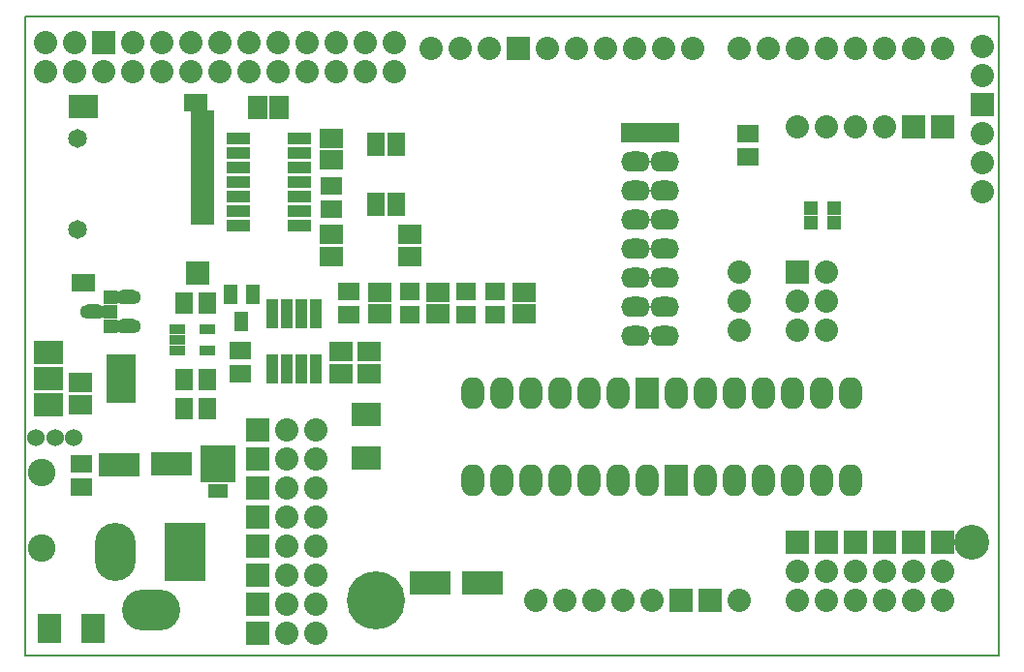
<source format=gts>
G04 (created by PCBNEW (2013-03-15 BZR 4003)-stable) date 12-Jun-13 3:11:28 PM*
%MOIN*%
G04 Gerber Fmt 3.4, Leading zero omitted, Abs format*
%FSLAX34Y34*%
G01*
G70*
G90*
G04 APERTURE LIST*
%ADD10C,2.3622e-006*%
%ADD11C,0.005*%
%ADD12R,0.08X0.08*%
%ADD13C,0.08*%
%ADD14R,0.076X0.062*%
%ADD15R,0.07X0.06*%
%ADD16R,0.081X0.0397*%
%ADD17R,0.0594X0.0791*%
%ADD18R,0.062X0.076*%
%ADD19R,0.0712X0.079*%
%ADD20R,0.079X0.0712*%
%ADD21C,0.06*%
%ADD22R,0.054X0.0336*%
%ADD23R,0.1X0.17*%
%ADD24R,0.1X0.08*%
%ADD25R,0.0515X0.0672*%
%ADD26R,0.044X0.1*%
%ADD27R,0.14X0.084*%
%ADD28R,0.1X0.07*%
%ADD29O,0.1X0.07*%
%ADD30C,0.095*%
%ADD31R,0.08X0.05*%
%ADD32R,0.08X0.06*%
%ADD33C,0.065*%
%ADD34R,0.05X0.05*%
%ADD35R,0.08X0.1*%
%ADD36R,0.12X0.125*%
%ADD37R,0.07X0.05*%
%ADD38O,0.14X0.2*%
%ADD39R,0.14X0.2*%
%ADD40O,0.2X0.14*%
%ADD41O,0.09X0.05*%
%ADD42C,0.2*%
%ADD43C,0.12*%
%ADD44O,0.08X0.11*%
%ADD45R,0.08X0.11*%
G04 APERTURE END LIST*
G54D10*
G54D11*
X43500Y-32000D02*
X43500Y-10000D01*
X10000Y-10000D02*
X43500Y-10000D01*
X43500Y-32000D02*
X10000Y-32000D01*
X10000Y-32000D02*
X10000Y-10000D01*
G54D12*
X18000Y-31250D03*
X18000Y-30250D03*
X18000Y-29250D03*
X18000Y-28250D03*
X18000Y-27250D03*
X18000Y-26250D03*
X18000Y-25250D03*
X18000Y-24250D03*
G54D13*
X19000Y-31250D03*
X19000Y-30250D03*
X19000Y-29250D03*
X19000Y-28250D03*
X19000Y-27250D03*
X19000Y-26250D03*
X19000Y-25250D03*
X19000Y-24250D03*
G54D14*
X11925Y-26225D03*
X11925Y-25425D03*
X17400Y-21525D03*
X17400Y-22325D03*
G54D15*
X23225Y-19475D03*
X23225Y-20275D03*
X26175Y-20275D03*
X26175Y-19475D03*
X25175Y-20275D03*
X25175Y-19475D03*
G54D14*
X20550Y-16650D03*
X20550Y-15850D03*
G54D16*
X17325Y-14225D03*
X17325Y-14725D03*
X17325Y-15225D03*
X17325Y-15725D03*
X17325Y-16225D03*
X17325Y-16725D03*
X17325Y-17225D03*
X19425Y-17225D03*
X19425Y-16725D03*
X19425Y-16225D03*
X19425Y-15725D03*
X19425Y-15225D03*
X19425Y-14725D03*
X19425Y-14225D03*
G54D17*
X22075Y-14425D03*
X22075Y-16475D03*
X22775Y-16475D03*
X22775Y-14425D03*
G54D14*
X34875Y-14050D03*
X34875Y-14850D03*
G54D18*
X15475Y-23525D03*
X16275Y-23525D03*
X16275Y-19875D03*
X15475Y-19875D03*
X15475Y-22525D03*
X16275Y-22525D03*
G54D19*
X18750Y-13150D03*
X18000Y-13150D03*
G54D20*
X20550Y-14950D03*
X20550Y-14200D03*
X20550Y-18275D03*
X20550Y-17525D03*
X23225Y-18275D03*
X23225Y-17525D03*
X24200Y-19500D03*
X24200Y-20250D03*
X27175Y-19500D03*
X27175Y-20250D03*
G54D21*
X11675Y-24500D03*
X11025Y-24500D03*
X10375Y-24500D03*
G54D20*
X20875Y-21550D03*
X20875Y-22300D03*
X21850Y-22300D03*
X21850Y-21550D03*
X22200Y-19500D03*
X22200Y-20250D03*
G54D22*
X15225Y-20775D03*
X15225Y-21525D03*
X15225Y-21150D03*
X16275Y-21525D03*
X16275Y-20775D03*
G54D23*
X13300Y-22475D03*
G54D24*
X10800Y-22475D03*
X10800Y-23375D03*
X10800Y-21575D03*
G54D25*
X17825Y-19575D03*
X17450Y-20525D03*
X17075Y-19575D03*
G54D26*
X18500Y-20250D03*
X18500Y-22150D03*
X19000Y-20250D03*
X19500Y-20250D03*
X20000Y-20250D03*
X19000Y-22150D03*
X19500Y-22150D03*
X20000Y-22150D03*
G54D14*
X21150Y-19475D03*
X21150Y-20275D03*
G54D27*
X23925Y-29525D03*
X25725Y-29500D03*
X15025Y-25425D03*
X13225Y-25450D03*
G54D13*
X20000Y-31250D03*
X20000Y-30250D03*
X20000Y-29250D03*
X20000Y-28250D03*
X20000Y-27250D03*
X20000Y-26250D03*
X20000Y-25250D03*
X20000Y-24250D03*
X42950Y-11050D03*
X42950Y-12050D03*
G54D12*
X42950Y-13050D03*
G54D13*
X42950Y-14050D03*
X42950Y-15050D03*
X42950Y-16050D03*
G54D28*
X31000Y-14000D03*
G54D29*
X31000Y-15000D03*
X31000Y-16000D03*
X31000Y-17000D03*
X31000Y-18000D03*
X31000Y-19000D03*
X31000Y-20000D03*
X31000Y-21000D03*
G54D28*
X32000Y-14000D03*
G54D29*
X32000Y-15000D03*
X32000Y-16000D03*
X32000Y-17000D03*
X32000Y-18000D03*
X32000Y-19000D03*
X32000Y-20000D03*
X32000Y-21000D03*
G54D30*
X10575Y-28300D03*
X10575Y-25700D03*
G54D13*
X37575Y-20800D03*
X36575Y-20800D03*
X37575Y-19800D03*
X36575Y-19800D03*
X37575Y-18800D03*
G54D12*
X36575Y-18800D03*
G54D31*
X16100Y-15225D03*
X16100Y-14792D03*
X16100Y-14359D03*
X16100Y-13926D03*
X16100Y-13493D03*
X16100Y-15658D03*
X16100Y-16091D03*
X16100Y-16524D03*
X16100Y-16957D03*
G54D32*
X15864Y-12963D03*
G54D24*
X12016Y-13099D03*
G54D32*
X12016Y-19162D03*
G54D12*
X15946Y-18840D03*
G54D33*
X11800Y-14200D03*
X11800Y-17350D03*
G54D34*
X37825Y-17100D03*
X37825Y-16625D03*
X37025Y-17100D03*
X37025Y-16625D03*
G54D35*
X12325Y-31075D03*
X10825Y-31075D03*
G54D24*
X21725Y-23725D03*
X21725Y-25225D03*
G54D36*
X16650Y-25425D03*
G54D37*
X16650Y-26350D03*
G54D38*
X13100Y-28450D03*
G54D39*
X15500Y-28450D03*
G54D40*
X14350Y-30450D03*
G54D13*
X10700Y-11900D03*
X10700Y-10900D03*
X11700Y-11900D03*
X11700Y-10900D03*
X12700Y-11900D03*
G54D12*
X12700Y-10900D03*
G54D13*
X13700Y-11900D03*
X13700Y-10900D03*
X14700Y-11900D03*
X14700Y-10900D03*
X15700Y-11900D03*
X15700Y-10900D03*
X16700Y-11900D03*
X16700Y-10900D03*
X17700Y-11900D03*
X17700Y-10900D03*
X18700Y-11900D03*
X18700Y-10900D03*
X19700Y-11900D03*
X19700Y-10900D03*
X20700Y-11900D03*
X20700Y-10900D03*
X21700Y-11900D03*
X21700Y-10900D03*
X22700Y-11900D03*
X22700Y-10900D03*
X34575Y-18800D03*
X34575Y-19800D03*
X34575Y-20800D03*
X41575Y-29125D03*
X40575Y-29125D03*
X39575Y-29125D03*
X38575Y-29125D03*
X37575Y-29125D03*
X36575Y-29125D03*
G54D12*
X41575Y-28125D03*
X40575Y-28125D03*
X39575Y-28125D03*
X38575Y-28125D03*
X37575Y-28125D03*
X36575Y-28125D03*
G54D41*
X13550Y-19675D03*
X13550Y-20675D03*
X12350Y-20175D03*
G54D34*
X12950Y-20675D03*
X12950Y-20175D03*
X12950Y-19675D03*
G54D20*
X11900Y-23375D03*
X11900Y-22625D03*
G54D12*
X41575Y-13800D03*
X40575Y-13800D03*
G54D13*
X39575Y-13800D03*
X38575Y-13800D03*
X37575Y-13800D03*
X36575Y-13800D03*
X41575Y-30125D03*
X40575Y-30125D03*
X39575Y-30125D03*
X36575Y-30125D03*
X37575Y-30125D03*
X38575Y-30125D03*
X34575Y-30125D03*
G54D12*
X33575Y-30125D03*
X32575Y-30125D03*
G54D13*
X30575Y-30125D03*
X29575Y-30125D03*
X41575Y-11125D03*
X40575Y-11125D03*
X39575Y-11125D03*
X38575Y-11125D03*
X37575Y-11125D03*
X36575Y-11125D03*
X35575Y-11125D03*
X34575Y-11125D03*
X32975Y-11125D03*
X31975Y-11125D03*
X30975Y-11125D03*
X29975Y-11125D03*
X28975Y-11125D03*
X27975Y-11125D03*
G54D12*
X26975Y-11125D03*
G54D13*
X25975Y-11125D03*
X31575Y-30125D03*
G54D42*
X22075Y-30125D03*
G54D43*
X42575Y-28125D03*
G54D13*
X28575Y-30125D03*
X27575Y-30125D03*
X24975Y-11125D03*
X23975Y-11125D03*
G54D44*
X37400Y-22975D03*
X36400Y-22975D03*
X35400Y-22975D03*
X34400Y-22975D03*
X33400Y-22975D03*
X32400Y-22975D03*
G54D45*
X31400Y-22975D03*
G54D44*
X30400Y-22975D03*
X29400Y-22975D03*
X28400Y-22975D03*
X27400Y-22975D03*
X26400Y-22975D03*
X25400Y-22975D03*
X38400Y-22975D03*
X25400Y-25975D03*
X26400Y-25975D03*
X27400Y-25975D03*
X28400Y-25975D03*
X29400Y-25975D03*
X30400Y-25975D03*
X31400Y-25975D03*
G54D45*
X32400Y-25975D03*
G54D44*
X33400Y-25975D03*
X34400Y-25975D03*
X35400Y-25975D03*
X36400Y-25975D03*
X37400Y-25975D03*
X38400Y-25975D03*
M02*

</source>
